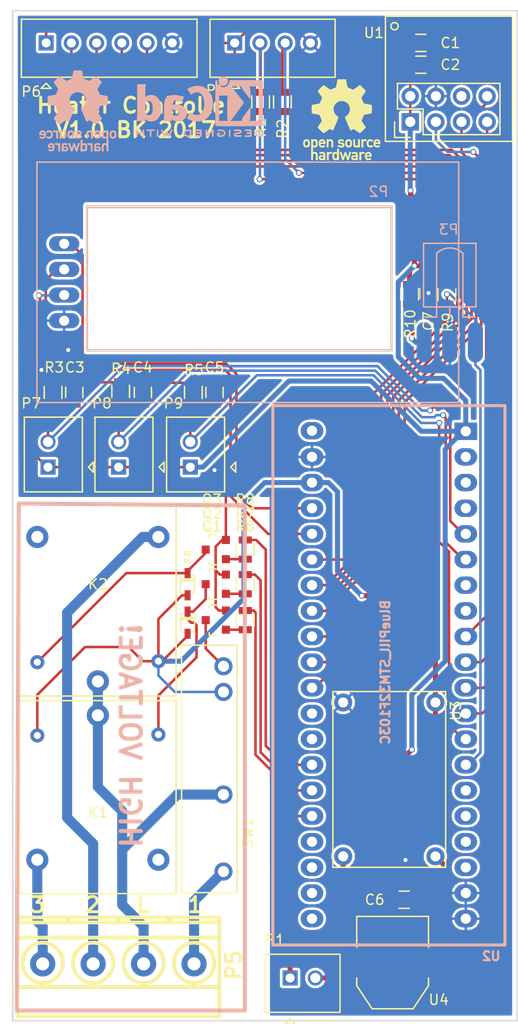
<source format=kicad_pcb>
(kicad_pcb (version 4) (host pcbnew 4.0.2-stable)
  (layers (0 F.Cu signal) (31 B.Cu signal) (34 B.Paste user) (35 F.Paste user) (36 B.SilkS user) (37 F.SilkS user) (38 B.Mask user) (39 F.Mask user) (44 Edge.Cuts user))
  (net 0 "")
  (net 1 +3V3)
  (net 2 GND)
  (net 3 /TH1)
  (net 4 /TH2)
  (net 5 /TH3)
  (net 6 "Net-(D1-Pad2)")
  (net 7 +5V)
  (net 8 "Net-(D2-Pad2)")
  (net 9 /M_Out_2)
  (net 10 "Net-(K1-Pad4)")
  (net 11 /Mains_L)
  (net 12 /M_Out_3)
  (net 13 "Net-(K2-Pad4)")
  (net 14 "Net-(P1-Pad1)")
  (net 15 "Net-(P1-Pad2)")
  (net 16 /D_CLK)
  (net 17 /D_DIO)
  (net 18 /IR_IN)
  (net 19 /SDA)
  (net 20 /SCL)
  (net 21 /M_Out_1)
  (net 22 /T_1)
  (net 23 /T_2)
  (net 24 /T_3)
  (net 25 /T_4)
  (net 26 "Net-(Q1-Pad1)")
  (net 27 "Net-(Q1-Pad3)")
  (net 28 "Net-(Q2-Pad1)")
  (net 29 "Net-(Q3-Pad1)")
  (net 30 /SSR1)
  (net 31 /Relay1)
  (net 32 /Relay2)
  (net 33 /SCK)
  (net 34 /SS)
  (net 35 /PKT)
  (net 36 /MOSI)
  (net 37 /MISO)
  (net 38 "Net-(U2-Pad2)")
  (net 39 "Net-(U2-Pad3)")
  (net 40 "Net-(U2-Pad4)")
  (net 41 /485_TX)
  (net 42 /485_RX)
  (net 43 "Net-(U2-Pad15)")
  (net 44 "Net-(U2-Pad16)")
  (net 45 "Net-(U2-Pad17)")
  (net 46 /485_DE)
  (net 47 "Net-(U2-Pad22)")
  (net 48 "Net-(U2-Pad23)")
  (net 49 "Net-(U2-Pad24)")
  (net 50 "Net-(U2-Pad28)")
  (net 51 "Net-(U2-Pad29)")
  (net 52 "Net-(U2-Pad18)")
  (net 53 "Net-(U2-Pad40)")
  (net 54 "Net-(C7-Pad1)")
  (module Heater_Ctrl:0038_IR_Receiver_SM_Mount (layer B.Cu) (at 118.3132 73.8378 180)
    (fp_text reference P3 (at 0.106 11.162 180) (layer B.SilkS) (effects (justify mirror)))
    (fp_text value IR_REC)
    (pad 2 smd oval (at 0 0 180) (size 1.5 4) (layers B.Cu B.Paste B.Mask) (net 2 GND))
    (pad 3 smd oval (at 2.54 0 180) (size 1.5 4) (layers B.Cu B.Paste B.Mask) (net 54 "Net-(C7-Pad1)"))
    (pad 1 smd oval (at -2.54 0 180) (size 1.5 4) (layers B.Cu B.Paste B.Mask) (net 18 /IR_IN))
  )
  (module Capacitors_SMD:C_0805 (layer F.Cu) (at 115.443 44.196)
    (fp_text reference C1 (at 2.921 0) (layer F.SilkS))
    (fp_text value 100n)
    (pad 1 smd rect (at -1 0) (size 1 1.25) (layers F.Cu F.Paste F.Mask) (net 1 +3V3))
    (pad 2 smd rect (at 1 0) (size 1 1.25) (layers F.Cu F.Paste F.Mask) (net 2 GND))
  )
  (module Capacitors_SMD:C_0805 (layer F.Cu) (at 115.443 46.355)
    (fp_text reference C2 (at 2.921 0) (layer F.SilkS))
    (fp_text value 10u)
    (pad 1 smd rect (at -1 0) (size 1 1.25) (layers F.Cu F.Paste F.Mask) (net 1 +3V3))
    (pad 2 smd rect (at 1 0) (size 1 1.25) (layers F.Cu F.Paste F.Mask) (net 2 GND))
  )
  (module Capacitors_SMD:C_0805 (layer F.Cu) (at 81.1 78.8 90)
    (fp_text reference C3 (at 2.473 0.053 180) (layer F.SilkS))
    (fp_text value 100n)
    (pad 1 smd rect (at -1 0 90) (size 1 1.25) (layers F.Cu F.Paste F.Mask) (net 3 /TH1))
    (pad 2 smd rect (at 1 0 90) (size 1 1.25) (layers F.Cu F.Paste F.Mask) (net 2 GND))
  )
  (module Capacitors_SMD:C_0805 (layer F.Cu) (at 87.9 78.8 90)
    (fp_text reference C4 (at 2.473 -0.016 180) (layer F.SilkS))
    (fp_text value 100n)
    (pad 1 smd rect (at -1 0 90) (size 1 1.25) (layers F.Cu F.Paste F.Mask) (net 4 /TH2))
    (pad 2 smd rect (at 1 0 90) (size 1 1.25) (layers F.Cu F.Paste F.Mask) (net 2 GND))
  )
  (module Capacitors_SMD:C_0805 (layer F.Cu) (at 95 78.8 90)
    (fp_text reference C5 (at 2.473 -0.004 180) (layer F.SilkS))
    (fp_text value 100n)
    (pad 1 smd rect (at -1 0 90) (size 1 1.25) (layers F.Cu F.Paste F.Mask) (net 5 /TH3))
    (pad 2 smd rect (at 1 0 90) (size 1 1.25) (layers F.Cu F.Paste F.Mask) (net 2 GND))
  )
  (module TO_SOT_Packages_SMD:SOT-23 (layer F.Cu) (at 95.123 101.346 90)
    (fp_text reference Q1 (at 9.271 -0.381 180) (layer F.SilkS))
    (fp_text value Q_NPN_BEC)
    (pad 1 smd rect (at -0.95 1.00076 90) (size 0.8001 0.8001) (layers F.Cu F.Paste F.Mask) (net 26 "Net-(Q1-Pad1)"))
    (pad 2 smd rect (at 0.95 1.00076 90) (size 0.8001 0.8001) (layers F.Cu F.Paste F.Mask) (net 2 GND))
    (pad 3 smd rect (at 0 -0.99822 90) (size 0.8001 0.8001) (layers F.Cu F.Paste F.Mask) (net 27 "Net-(Q1-Pad3)"))
  )
  (module TO_SOT_Packages_SMD:SOT-23 (layer F.Cu) (at 95.123 97.79 90)
    (fp_text reference Q2 (at 6.985 -0.381 180) (layer F.SilkS))
    (fp_text value Q_NPN_BEC)
    (pad 1 smd rect (at -0.95 1.00076 90) (size 0.8001 0.8001) (layers F.Cu F.Paste F.Mask) (net 28 "Net-(Q2-Pad1)"))
    (pad 2 smd rect (at 0.95 1.00076 90) (size 0.8001 0.8001) (layers F.Cu F.Paste F.Mask) (net 2 GND))
    (pad 3 smd rect (at 0 -0.99822 90) (size 0.8001 0.8001) (layers F.Cu F.Paste F.Mask) (net 6 "Net-(D1-Pad2)"))
  )
  (module TO_SOT_Packages_SMD:SOT-23 (layer F.Cu) (at 95.123 94.361 90)
    (fp_text reference Q3 (at 4.953 -0.381 180) (layer F.SilkS))
    (fp_text value Q_NPN_BEC)
    (pad 1 smd rect (at -0.95 1.00076 90) (size 0.8001 0.8001) (layers F.Cu F.Paste F.Mask) (net 29 "Net-(Q3-Pad1)"))
    (pad 2 smd rect (at 0.95 1.00076 90) (size 0.8001 0.8001) (layers F.Cu F.Paste F.Mask) (net 2 GND))
    (pad 3 smd rect (at 0 -0.99822 90) (size 0.8001 0.8001) (layers F.Cu F.Paste F.Mask) (net 8 "Net-(D2-Pad2)"))
  )
  (module Resistors_SMD:R_0805 (layer F.Cu) (at 99.568 50.038 90)
    (fp_text reference R1 (at -2.54 0 90) (layer F.SilkS))
    (fp_text value 10K)
    (pad 1 smd rect (at -0.95 0 90) (size 0.7 1.3) (layers F.Cu F.Paste F.Mask) (net 1 +3V3))
    (pad 2 smd rect (at 0.95 0 90) (size 0.7 1.3) (layers F.Cu F.Paste F.Mask) (net 19 /SDA))
  )
  (module Resistors_SMD:R_0805 (layer F.Cu) (at 101.727 50.038 90)
    (fp_text reference R2 (at -2.667 0 90) (layer F.SilkS))
    (fp_text value 10K)
    (pad 1 smd rect (at -0.95 0 90) (size 0.7 1.3) (layers F.Cu F.Paste F.Mask) (net 1 +3V3))
    (pad 2 smd rect (at 0.95 0 90) (size 0.7 1.3) (layers F.Cu F.Paste F.Mask) (net 20 /SCL))
  )
  (module Resistors_SMD:R_0805 (layer F.Cu) (at 79 78.8 90)
    (fp_text reference R3 (at 2.473 0.121 180) (layer F.SilkS))
    (fp_text value 10K)
    (pad 1 smd rect (at -0.95 0 90) (size 0.7 1.3) (layers F.Cu F.Paste F.Mask) (net 3 /TH1))
    (pad 2 smd rect (at 0.95 0 90) (size 0.7 1.3) (layers F.Cu F.Paste F.Mask) (net 2 GND))
  )
  (module Resistors_SMD:R_0805 (layer F.Cu) (at 85.7 78.7 90)
    (fp_text reference R4 (at 2.246 0.025 180) (layer F.SilkS))
    (fp_text value 10K)
    (pad 1 smd rect (at -0.95 0 90) (size 0.7 1.3) (layers F.Cu F.Paste F.Mask) (net 4 /TH2))
    (pad 2 smd rect (at 0.95 0 90) (size 0.7 1.3) (layers F.Cu F.Paste F.Mask) (net 2 GND))
  )
  (module Resistors_SMD:R_0805 (layer F.Cu) (at 92.9 78.8 90)
    (fp_text reference R5 (at 2.219 0.064 180) (layer F.SilkS))
    (fp_text value 10K)
    (pad 1 smd rect (at -0.95 0 90) (size 0.7 1.3) (layers F.Cu F.Paste F.Mask) (net 5 /TH3))
    (pad 2 smd rect (at 0.95 0 90) (size 0.7 1.3) (layers F.Cu F.Paste F.Mask) (net 2 GND))
  )
  (module Resistors_SMD:R_0805 (layer F.Cu) (at 98.044 101.346 90)
    (fp_text reference R6 (at 9.271 0 180) (layer F.SilkS))
    (fp_text value 180)
    (pad 1 smd rect (at -0.95 0 90) (size 0.7 1.3) (layers F.Cu F.Paste F.Mask) (net 26 "Net-(Q1-Pad1)"))
    (pad 2 smd rect (at 0.95 0 90) (size 0.7 1.3) (layers F.Cu F.Paste F.Mask) (net 30 /SSR1))
  )
  (module Resistors_SMD:R_0805 (layer F.Cu) (at 98.044 97.79 90)
    (fp_text reference R7 (at 6.985 0 180) (layer F.SilkS))
    (fp_text value 180)
    (pad 1 smd rect (at -0.95 0 90) (size 0.7 1.3) (layers F.Cu F.Paste F.Mask) (net 28 "Net-(Q2-Pad1)"))
    (pad 2 smd rect (at 0.95 0 90) (size 0.7 1.3) (layers F.Cu F.Paste F.Mask) (net 31 /Relay1))
  )
  (module Resistors_SMD:R_0805 (layer F.Cu) (at 98.044 94.361 90)
    (fp_text reference R8 (at 4.953 0 180) (layer F.SilkS))
    (fp_text value 180)
    (pad 1 smd rect (at -0.95 0 90) (size 0.7 1.3) (layers F.Cu F.Paste F.Mask) (net 29 "Net-(Q3-Pad1)"))
    (pad 2 smd rect (at 0.95 0 90) (size 0.7 1.3) (layers F.Cu F.Paste F.Mask) (net 32 /Relay2))
  )
  (module Capacitors_SMD:C_0805 (layer F.Cu) (at 113.792 129.032)
    (fp_text reference C6 (at -2.921 0) (layer F.SilkS))
    (fp_text value 10u)
    (pad 1 smd rect (at -1 0) (size 1 1.25) (layers F.Cu F.Paste F.Mask) (net 1 +3V3))
    (pad 2 smd rect (at 1 0) (size 1 1.25) (layers F.Cu F.Paste F.Mask) (net 2 GND))
  )
  (module TO_SOT_Packages_SMD:SOT-223 (layer F.Cu) (at 112.649 135.255 180)
    (fp_text reference U4 (at -4.572 -3.683 180) (layer F.SilkS))
    (fp_text value AP1117D33)
    (pad 4 smd rect (at 0 -3.302 180) (size 3.6576 2.032) (layers F.Cu F.Paste F.Mask))
    (pad 2 smd rect (at 0 3.302 180) (size 1.016 2.032) (layers F.Cu F.Paste F.Mask) (net 1 +3V3))
    (pad 3 smd rect (at 2.286 3.302 180) (size 1.016 2.032) (layers F.Cu F.Paste F.Mask) (net 7 +5V))
    (pad 1 smd rect (at -2.286 3.302 180) (size 1.016 2.032) (layers F.Cu F.Paste F.Mask) (net 2 GND))
  )
  (module Heater_Ctrl:SOD323 (layer F.Cu) (at 92.329 97.79 90)
    (fp_text reference D2 (at 3.048 0 180) (layer F.SilkS) (effects (font (size 0.39878 0.39878) (thickness 0.09906))))
    (fp_text value 1N4148 hide)
    (pad 2 smd rect (at 1.09982 0 90) (size 1.00076 0.59944) (layers F.Cu F.Paste F.Mask) (net 8 "Net-(D2-Pad2)"))
    (pad 1 smd rect (at -1.09982 0 90) (size 1.00076 0.59944) (layers F.Cu F.Paste F.Mask) (net 7 +5V))
  )
  (module Heater_Ctrl:SOD323 (layer F.Cu) (at 92.329 101.6 90)
    (fp_text reference D1 (at 6.096 0 180) (layer F.SilkS) (effects (font (size 0.39878 0.39878) (thickness 0.09906))))
    (fp_text value 1N4148 hide)
    (pad 2 smd rect (at 1.09982 0 90) (size 1.00076 0.59944) (layers F.Cu F.Paste F.Mask) (net 6 "Net-(D1-Pad2)"))
    (pad 1 smd rect (at -1.09982 0 90) (size 1.00076 0.59944) (layers F.Cu F.Paste F.Mask) (net 7 +5V))
  )
  (module Capacitors_SMD:C_0805 (layer F.Cu) (at 116.205 69.0278 90)
    (fp_text reference C7 (at -2.7178 0 90) (layer F.SilkS))
    (fp_text value 1u)
    (pad 1 smd rect (at -1 0 90) (size 1 1.25) (layers F.Cu F.Paste F.Mask) (net 54 "Net-(C7-Pad1)"))
    (pad 2 smd rect (at 1 0 90) (size 1 1.25) (layers F.Cu F.Paste F.Mask) (net 2 GND))
  )
  (module Resistors_SMD:R_0805 (layer F.Cu) (at 118.0338 69.1286 270)
    (fp_text reference R9 (at 2.728 -0.0762 450) (layer F.SilkS))
    (fp_text value 10K)
    (pad 1 smd rect (at -0.95 0 270) (size 0.7 1.3) (layers F.Cu F.Paste F.Mask) (net 1 +3V3))
    (pad 2 smd rect (at 0.95 0 270) (size 0.7 1.3) (layers F.Cu F.Paste F.Mask) (net 18 /IR_IN))
  )
  (module Resistors_SMD:R_0805 (layer F.Cu) (at 114.3254 69.0728 270)
    (fp_text reference R10 (at 2.9362 -0.0762 270) (layer F.SilkS))
    (fp_text value 180)
    (pad 1 smd rect (at -0.95 0 270) (size 0.7 1.3) (layers F.Cu F.Paste F.Mask) (net 1 +3V3))
    (pad 2 smd rect (at 0.95 0 270) (size 0.7 1.3) (layers F.Cu F.Paste F.Mask) (net 54 "Net-(C7-Pad1)"))
  )
  (module Symbols:KiCad-Logo2_6mm_SilkScreen (layer B.Cu) (at 93.5228 50.4952 180)
    (fp_text reference REF*** hide)
    (fp_text value KiCad-Logo2_6mm_SilkScreen hide)
  )
  (module Symbols:OSHW-Logo_7.5x8mm_SilkScreen (layer B.Cu) (at 81.4578 50.927 180)
    (fp_text reference REF*** hide)
    (fp_text value OSHW-Logo_7.5x8mm_SilkScreen hide)
  )
  (module Symbols:OSHW-Logo_7.5x8mm_SilkScreen (layer F.Cu) (at 107.6 51.8)
    (fp_text reference REF*** hide)
    (fp_text value OSHW-Logo_7.5x8mm_SilkScreen hide)
  )
  (module Heater_Ctrl:TM1637_Catalex_TH (layer B.Cu) (at 98.3 67.9)
    (fp_text reference P2 (at 12.952 -8.972) (layer B.SilkS) (effects (justify mirror)))
    (fp_text value DISPLAY)
    (pad 4 thru_hole oval (at -18.2 3.8) (size 3 1.5) (drill 1) (layers *.Cu *.Mask) (net 2 GND))
    (pad 3 thru_hole oval (at -18.2 1.26) (size 3 1.5) (drill 1) (layers *.Cu *.Mask) (net 1 +3V3))
    (pad 2 thru_hole oval (at -18.2 -1.28) (size 3 1.5) (drill 1) (layers *.Cu *.Mask) (net 17 /D_DIO))
    (pad 1 thru_hole oval (at -18.2 -3.82) (size 3 1.5) (drill 1) (layers *.Cu *.Mask) (net 16 /D_CLK))
  )
  (module Heater_Ctrl:BluePill_STM32F103C (layer B.Cu) (at 119.9 82.7 180)
    (fp_text reference U2 (at -2.528 -51.92 360) (layer B.SilkS) (effects (font (size 0.889 0.889) (thickness 0.3048)) (justify mirror)))
    (fp_text value BluePill_STM32F103C (at 7.9756 -23.7998 450) (layer B.SilkS) (effects (font (size 0.889 0.889) (thickness 0.22225)) (justify mirror)))
    (pad 1 thru_hole rect (at 0 0.0508 270) (size 1.7272 2.25) (drill 1.016) (layers *.Cu *.Mask) (net 1 +3V3))
    (pad 2 thru_hole oval (at 0 -2.4892 270) (size 1.7272 2.25) (drill 1.016) (layers *.Cu *.Mask) (net 38 "Net-(U2-Pad2)"))
    (pad 3 thru_hole oval (at 0 -5.0292 270) (size 1.7272 2.25) (drill 1.016) (layers *.Cu *.Mask) (net 39 "Net-(U2-Pad3)"))
    (pad 4 thru_hole oval (at 0 -7.5692 270) (size 1.7272 2.25) (drill 1.016) (layers *.Cu *.Mask) (net 40 "Net-(U2-Pad4)"))
    (pad 5 thru_hole oval (at 0 -10.1092 270) (size 1.7272 2.25) (drill 1.016) (layers *.Cu *.Mask) (net 3 /TH1))
    (pad 6 thru_hole oval (at 0 -12.6492 270) (size 1.7272 2.25) (drill 1.016) (layers *.Cu *.Mask) (net 4 /TH2))
    (pad 7 thru_hole oval (at 0 -15.1892 270) (size 1.7272 2.25) (drill 1.016) (layers *.Cu *.Mask) (net 41 /485_TX))
    (pad 8 thru_hole oval (at 0 -17.7292 270) (size 1.7272 2.25) (drill 1.016) (layers *.Cu *.Mask) (net 42 /485_RX))
    (pad 9 thru_hole oval (at 0 -20.2692 270) (size 1.7272 2.25) (drill 1.016) (layers *.Cu *.Mask) (net 34 /SS))
    (pad 10 thru_hole oval (at 0 -22.8092 270) (size 1.7272 2.25) (drill 1.016) (layers *.Cu *.Mask) (net 33 /SCK))
    (pad 11 thru_hole oval (at 0 -25.3492 270) (size 1.7272 2.25) (drill 1.016) (layers *.Cu *.Mask) (net 37 /MISO))
    (pad 12 thru_hole oval (at 0 -27.8892 270) (size 1.7272 2.25) (drill 1.016) (layers *.Cu *.Mask) (net 36 /MOSI))
    (pad 13 thru_hole oval (at 0 -30.4292 270) (size 1.7272 2.25) (drill 1.016) (layers *.Cu *.Mask) (net 5 /TH3))
    (pad 14 thru_hole oval (at 0 -32.9692 270) (size 1.7272 2.25) (drill 1.016) (layers *.Cu *.Mask) (net 18 /IR_IN))
    (pad 15 thru_hole oval (at 0 -35.5092 270) (size 1.7272 2.25) (drill 1.016) (layers *.Cu *.Mask) (net 43 "Net-(U2-Pad15)"))
    (pad 16 thru_hole oval (at 0 -38.0492 270) (size 1.7272 2.25) (drill 1.016) (layers *.Cu *.Mask) (net 44 "Net-(U2-Pad16)"))
    (pad 17 thru_hole oval (at 0 -40.5892 270) (size 1.7272 2.25) (drill 1.016) (layers *.Cu *.Mask) (net 45 "Net-(U2-Pad17)"))
    (pad 18 thru_hole oval (at 0 -43.1292 270) (size 1.7272 2.25) (drill 1.016) (layers *.Cu *.Mask) (net 52 "Net-(U2-Pad18)"))
    (pad 19 thru_hole oval (at 0 -45.6692 270) (size 1.7272 2.25) (drill 1.016) (layers *.Cu *.Mask) (net 2 GND))
    (pad 20 thru_hole oval (at 0 -48.2092 270) (size 1.7272 2.25) (drill 1.016) (layers *.Cu *.Mask) (net 2 GND))
    (pad 21 thru_hole oval (at 15.24 -48.2092 90) (size 1.7272 2.25) (drill 1.016) (layers *.Cu *.Mask) (net 46 /485_DE))
    (pad 22 thru_hole oval (at 15.24 -45.6692 90) (size 1.7272 2.25) (drill 1.016) (layers *.Cu *.Mask) (net 47 "Net-(U2-Pad22)"))
    (pad 23 thru_hole oval (at 15.24 -43.1292 90) (size 1.7272 2.25) (drill 1.016) (layers *.Cu *.Mask) (net 48 "Net-(U2-Pad23)"))
    (pad 24 thru_hole oval (at 15.24 -40.5892 90) (size 1.7272 2.25) (drill 1.016) (layers *.Cu *.Mask) (net 49 "Net-(U2-Pad24)"))
    (pad 25 thru_hole oval (at 15.24 -38.0492 90) (size 1.7272 2.25) (drill 1.016) (layers *.Cu *.Mask) (net 30 /SSR1))
    (pad 26 thru_hole oval (at 15.24 -35.5092 90) (size 1.7272 2.25) (drill 1.016) (layers *.Cu *.Mask) (net 31 /Relay1))
    (pad 27 thru_hole oval (at 15.24 -32.9692 90) (size 1.7272 2.25) (drill 1.016) (layers *.Cu *.Mask) (net 32 /Relay2))
    (pad 28 thru_hole oval (at 15.24 -30.4292 90) (size 1.7272 2.25) (drill 1.016) (layers *.Cu *.Mask) (net 50 "Net-(U2-Pad28)"))
    (pad 29 thru_hole oval (at 15.24 -27.8892 90) (size 1.7272 2.25) (drill 1.016) (layers *.Cu *.Mask) (net 51 "Net-(U2-Pad29)"))
    (pad 30 thru_hole oval (at 15.24 -25.3492 90) (size 1.7272 2.25) (drill 1.016) (layers *.Cu *.Mask) (net 22 /T_1))
    (pad 31 thru_hole oval (at 15.24 -22.8092 90) (size 1.7272 2.25) (drill 1.016) (layers *.Cu *.Mask) (net 23 /T_2))
    (pad 32 thru_hole oval (at 15.24 -20.2692 90) (size 1.7272 2.25) (drill 1.016) (layers *.Cu *.Mask) (net 24 /T_3))
    (pad 33 thru_hole oval (at 15.24 -17.7292 90) (size 1.7272 2.25) (drill 1.016) (layers *.Cu *.Mask) (net 25 /T_4))
    (pad 34 thru_hole oval (at 15.24 -15.1892 90) (size 1.7272 2.25) (drill 1.016) (layers *.Cu *.Mask) (net 20 /SCL))
    (pad 35 thru_hole oval (at 15.24 -12.6492 90) (size 1.7272 2.25) (drill 1.016) (layers *.Cu *.Mask) (net 19 /SDA))
    (pad 36 thru_hole oval (at 15.24 -10.1092 90) (size 1.7272 2.25) (drill 1.016) (layers *.Cu *.Mask) (net 17 /D_DIO))
    (pad 37 thru_hole oval (at 15.24 -7.5692 90) (size 1.7272 2.25) (drill 1.016) (layers *.Cu *.Mask) (net 16 /D_CLK))
    (pad 38 thru_hole oval (at 15.24 -5.0292 90) (size 1.7272 2.25) (drill 1.016) (layers *.Cu *.Mask) (net 7 +5V))
    (pad 39 thru_hole oval (at 15.24 -2.4892 90) (size 1.7272 2.25) (drill 1.016) (layers *.Cu *.Mask) (net 2 GND))
    (pad 40 thru_hole oval (at 15.24 0.1016 90) (size 1.7272 2.25) (drill 1.016) (layers *.Cu *.Mask) (net 53 "Net-(U2-Pad40)"))
  )
  (module Heater_Ctrl:JST_B6B-XH-A (layer F.Cu) (at 78.312 44.196)
    (fp_text reference P6 (at -1.477 4.826) (layer F.SilkS))
    (fp_text value Touch)
    (pad 1 thru_hole rect (at 0 0) (size 1.5 1.5) (drill 0.9) (layers *.Cu *.Mask) (net 1 +3V3))
    (pad 2 thru_hole circle (at 2.5 0) (size 1.5 1.5) (drill 0.9) (layers *.Cu *.Mask) (net 25 /T_4))
    (pad 3 thru_hole circle (at 5 0) (size 1.5 1.5) (drill 0.9) (layers *.Cu *.Mask) (net 24 /T_3))
    (pad 4 thru_hole circle (at 7.5 0) (size 1.5 1.5) (drill 0.9) (layers *.Cu *.Mask) (net 23 /T_2))
    (pad 5 thru_hole circle (at 10 0) (size 1.5 1.5) (drill 0.9) (layers *.Cu *.Mask) (net 22 /T_1))
    (pad 6 thru_hole circle (at 12.5 0) (size 1.5 1.5) (drill 0.9) (layers *.Cu *.Mask) (net 2 GND))
  )
  (module Heater_Ctrl:JST_B4B-XH-A (layer F.Cu) (at 97 44.2)
    (fp_text reference P4 (at -1.877 4.695) (layer F.SilkS))
    (fp_text value IIC_EXT)
    (pad 1 thru_hole rect (at 0 0) (size 1.5 1.5) (drill 0.9) (layers *.Cu *.Mask) (net 1 +3V3))
    (pad 2 thru_hole circle (at 2.5 0) (size 1.5 1.5) (drill 0.9) (layers *.Cu *.Mask) (net 19 /SDA))
    (pad 3 thru_hole circle (at 5 0) (size 1.5 1.5) (drill 0.9) (layers *.Cu *.Mask) (net 20 /SCL))
    (pad 4 thru_hole circle (at 7.5 0) (size 1.5 1.5) (drill 0.9) (layers *.Cu *.Mask) (net 2 GND))
  )
  (module Heater_Ctrl:XY-WB_LT8920 (layer F.Cu) (at 118.237 51.943)
    (fp_text reference U1 (at -7.437 -8.743) (layer F.SilkS))
    (fp_text value LT8920_Mini)
    (pad 1 thru_hole rect (at -3.841 0.068 90) (size 1.7272 1.7272) (drill 1.016) (layers *.Cu *.Mask) (net 1 +3V3))
    (pad 8 thru_hole oval (at -3.841 -2.472 90) (size 1.7272 1.7272) (drill 1.016) (layers *.Cu *.Mask) (net 1 +3V3))
    (pad 2 thru_hole oval (at -1.301 0.068 90) (size 1.7272 1.7272) (drill 1.016) (layers *.Cu *.Mask) (net 33 /SCK))
    (pad 7 thru_hole oval (at -1.301 -2.472 90) (size 1.7272 1.7272) (drill 1.016) (layers *.Cu *.Mask) (net 2 GND))
    (pad 3 thru_hole oval (at 1.239 0.068 90) (size 1.7272 1.7272) (drill 1.016) (layers *.Cu *.Mask) (net 34 /SS))
    (pad 6 thru_hole oval (at 1.239 -2.472 90) (size 1.7272 1.7272) (drill 1.016) (layers *.Cu *.Mask) (net 35 /PKT))
    (pad 4 thru_hole oval (at 3.779 0.068 90) (size 1.7272 1.7272) (drill 1.016) (layers *.Cu *.Mask) (net 36 /MOSI))
    (pad 5 thru_hole oval (at 3.779 -2.472 90) (size 1.7272 1.7272) (drill 1.016) (layers *.Cu *.Mask) (net 37 /MISO))
  )
  (module Heater_Ctrl:Mini360_DCDC (layer F.Cu) (at 112.3188 117.1194 90)
    (fp_text reference U3 (at 6.8 6.6 90) (layer F.SilkS))
    (fp_text value Mini360_DCDC)
    (pad 1 thru_hole circle (at -7.62 4.572 90) (size 1.8 1.8) (drill 1) (layers *.Cu *.Mask) (net 15 "Net-(P1-Pad2)"))
    (pad 2 thru_hole circle (at -7.62 -4.572 90) (size 1.8 1.8) (drill 1) (layers *.Cu *.Mask) (net 14 "Net-(P1-Pad1)"))
    (pad 4 thru_hole circle (at 7.62 -4.572 90) (size 1.8 1.8) (drill 1) (layers *.Cu *.Mask) (net 2 GND))
    (pad 3 thru_hole circle (at 7.62 4.572 90) (size 1.8 1.8) (drill 1) (layers *.Cu *.Mask) (net 7 +5V))
  )
  (module Heater_Ctrl:JST_B2B-XH-A (layer F.Cu) (at 92.6 86.2 90)
    (fp_text reference P9 (at 6.317 -1.665 180) (layer F.SilkS))
    (fp_text value TH3)
    (pad 1 thru_hole rect (at 0 0 90) (size 1.5 1.5) (drill 0.9) (layers *.Cu *.Mask) (net 1 +3V3))
    (pad 2 thru_hole circle (at 2.5 0 90) (size 1.5 1.5) (drill 1) (layers *.Cu *.Mask) (net 5 /TH3))
  )
  (module Heater_Ctrl:JST_B2B-XH-A (layer F.Cu) (at 85.5 86.2 90)
    (fp_text reference P8 (at 6.317 -1.665 180) (layer F.SilkS))
    (fp_text value TH2)
    (pad 1 thru_hole rect (at 0 0 90) (size 1.5 1.5) (drill 0.9) (layers *.Cu *.Mask) (net 1 +3V3))
    (pad 2 thru_hole circle (at 2.5 0 90) (size 1.5 1.5) (drill 1) (layers *.Cu *.Mask) (net 4 /TH2))
  )
  (module Heater_Ctrl:JST_B2B-XH-A (layer F.Cu) (at 78.5 86.2 90)
    (fp_text reference P7 (at 6.317 -1.665 180) (layer F.SilkS))
    (fp_text value TH1)
    (pad 1 thru_hole rect (at 0 0 90) (size 1.5 1.5) (drill 0.9) (layers *.Cu *.Mask) (net 1 +3V3))
    (pad 2 thru_hole circle (at 2.5 0 90) (size 1.5 1.5) (drill 1) (layers *.Cu *.Mask) (net 3 /TH1))
  )
  (module Heater_Ctrl:JST_B2B-XH-A (layer F.Cu) (at 102.489 136.779)
    (fp_text reference P1 (at -1.489 -3.779 180) (layer F.SilkS))
    (fp_text value PWR)
    (pad 1 thru_hole rect (at 0 0) (size 1.5 1.5) (drill 0.9) (layers *.Cu *.Mask) (net 14 "Net-(P1-Pad1)"))
    (pad 2 thru_hole circle (at 2.5 0) (size 1.5 1.5) (drill 1) (layers *.Cu *.Mask) (net 15 "Net-(P1-Pad2)"))
  )
  (module Heater_Ctrl:G3MB-202P (layer F.Cu) (at 95.885 116.078 270)
    (fp_text reference SW1 (at 6.35 -2.413 450) (layer F.SilkS))
    (fp_text value G3MB-202P)
    (pad 4 thru_hole circle (at -10.16 0 270) (size 1.8 1.8) (drill 1.1) (layers *.Cu *.Mask) (net 27 "Net-(Q1-Pad3)"))
    (pad 3 thru_hole circle (at -7.62 0 270) (size 1.8 1.8) (drill 1.1) (layers *.Cu *.Mask) (net 7 +5V))
    (pad 1 thru_hole circle (at 10.16 0 270) (size 1.8 1.8) (drill 1.1) (layers *.Cu *.Mask) (net 21 /M_Out_1))
    (pad 2 thru_hole circle (at 2.54 0 270) (size 1.8 1.8) (drill 1.1) (layers *.Cu *.Mask) (net 11 /Mains_L))
  )
  (module Heater_Ctrl:SRD-05VDC-SL-C (layer F.Cu) (at 83.439 99.314 90)
    (fp_text reference K2 (at 1.524 0 180) (layer F.SilkS))
    (fp_text value SRD-05VDC-SL-C)
    (pad 5 thru_hole circle (at 6.2 6 90) (size 2.2 2.2) (drill 1.2) (layers *.Cu *.Mask) (net 9 /M_Out_2))
    (pad 4 thru_hole circle (at 6.2 -6 90) (size 2.2 2.2) (drill 1.2) (layers *.Cu *.Mask) (net 13 "Net-(K2-Pad4)"))
    (pad 1 thru_hole circle (at -6.2 -6 90) (size 1.4 1.4) (drill 0.7) (layers *.Cu *.Mask) (net 8 "Net-(D2-Pad2)"))
    (pad 2 thru_hole circle (at -6.1 6 90) (size 1.4 1.4) (drill 0.7) (layers *.Cu *.Mask) (net 7 +5V))
    (pad 3 thru_hole circle (at -8.1 0 90) (size 2.2 2.2) (drill 1.2) (layers *.Cu *.Mask) (net 11 /Mains_L))
  )
  (module Heater_Ctrl:SRD-05VDC-SL-C (layer F.Cu) (at 83.439 118.872 270)
    (fp_text reference K1 (at 1.524 0 360) (layer F.SilkS))
    (fp_text value SRD-05VDC-SL-C)
    (pad 5 thru_hole circle (at 6.2 6 270) (size 2.2 2.2) (drill 1.2) (layers *.Cu *.Mask) (net 12 /M_Out_3))
    (pad 4 thru_hole circle (at 6.2 -6 270) (size 2.2 2.2) (drill 1.2) (layers *.Cu *.Mask) (net 10 "Net-(K1-Pad4)"))
    (pad 1 thru_hole circle (at -6.2 -6 270) (size 1.4 1.4) (drill 0.7) (layers *.Cu *.Mask) (net 6 "Net-(D1-Pad2)"))
    (pad 2 thru_hole circle (at -6.1 6 270) (size 1.4 1.4) (drill 0.7) (layers *.Cu *.Mask) (net 7 +5V))
    (pad 3 thru_hole circle (at -8.1 0 270) (size 2.2 2.2) (drill 1.2) (layers *.Cu *.Mask) (net 11 /Mains_L))
  )
  (module Heater_Ctrl:mkds_1,5-4 (layer F.Cu) (at 85.471 135.382 180)
    (fp_text reference P5 (at -11.43 -0.127 270) (layer F.SilkS) (effects (font (size 1.5 1.5) (thickness 0.3))))
    (fp_text value Mains hide)
    (pad 4 thru_hole circle (at 7.5 0 180) (size 2.5 2.5) (drill 1.3) (layers *.Cu *.Mask) (net 12 /M_Out_3))
    (pad 3 thru_hole circle (at 2.5 0 180) (size 2.5 2.5) (drill 1.3) (layers *.Cu *.Mask) (net 9 /M_Out_2))
    (pad 1 thru_hole circle (at -7.5 0 180) (size 2.5 2.5) (drill 1.3) (layers *.Cu *.Mask) (net 21 /M_Out_1))
    (pad 2 thru_hole circle (at -2.5 0 180) (size 2.5 2.5) (drill 1.3) (layers *.Cu *.Mask) (net 11 /Mains_L))
  )
  (gr_text "Heater Controller\nV1.0 BK 2017" (at 87.2 51.6) (layer F.SilkS) (effects (font (size 1.5 1.5) (thickness 0.3))))
  (gr_text "HIGH VOLTAGE!" (at 86.6 112.8 270) (layer B.SilkS) (effects (font (size 2 2) (thickness 0.4)) (justify mirror)))
  (gr_line (start 98 90) (end 75.6 89.8) (layer B.SilkS) (width 0.4))
  (gr_line (start 98 140) (end 98 90) (layer B.SilkS) (width 0.4))
  (gr_line (start 75.4 140) (end 98 140) (layer B.SilkS) (width 0.4))
  (gr_line (start 75.6 89.8) (end 75.4 140) (layer B.SilkS) (width 0.4))
  (gr_text 3 (at 77.47 129.54) (layer F.SilkS) (effects (font (size 1.5 1.5) (thickness 0.3))))
  (gr_text 2 (at 82.931 129.54) (layer F.SilkS) (effects (font (size 1.5 1.5) (thickness 0.3))))
  (gr_text L (at 87.884 129.54) (layer F.SilkS) (effects (font (size 1.5 1.5) (thickness 0.3))))
  (gr_text 1 (at 93.091 129.54) (layer F.SilkS) (effects (font (size 1.5 1.5) (thickness 0.3))))
  (gr_line (start 82.3 60.3) (end 82.3 74.7) (angle 90) (layer Edge.Cuts) (width 0.15))
  (gr_line (start 112.6 60.3) (end 82.3 60.3) (angle 90) (layer Edge.Cuts) (width 0.15))
  (gr_line (start 112.6 74.7) (end 112.6 60.3) (angle 90) (layer Edge.Cuts) (width 0.15))
  (gr_line (start 82.3 74.7) (end 112.6 74.7) (angle 90) (layer Edge.Cuts) (width 0.15))
  (gr_line (start 75 141) (end 75 41) (angle 90) (layer Edge.Cuts) (width 0.15))
  (gr_line (start 125 141) (end 75 141) (angle 90) (layer Edge.Cuts) (width 0.15))
  (gr_line (start 125 41) (end 125 141) (angle 90) (layer Edge.Cuts) (width 0.15))
  (gr_line (start 75 41) (end 125 41) (angle 90) (layer Edge.Cuts) (width 0.15))
  (segment (start 112.649 131.953) (end 112.649 129.175) (width 0.5) (layer F.Cu) (net 1))
  (segment (start 112.649 129.175) (end 112.792 129.032) (width 0.5) (layer F.Cu) (net 1))
  (segment (start 76.7 74.9) (end 77.7 73.9) (width 0.25) (layer F.Cu) (net 1))
  (segment (start 76.3016 84.0867) (end 76.3016 75.3) (width 0.25) (layer F.Cu) (net 1))
  (segment (start 76.7 74.9) (end 76.7 74.9016) (width 0.25) (layer F.Cu) (net 1))
  (segment (start 76.7 74.9016) (end 76.3016 75.3) (width 0.25) (layer F.Cu) (net 1))
  (segment (start 77.6 69.2) (end 80.06 69.2) (width 0.25) (layer B.Cu) (net 1))
  (segment (start 80.06 69.2) (end 80.1 69.16) (width 0.25) (layer B.Cu) (net 1))
  (segment (start 77.7 69.3) (end 77.6 69.2) (width 0.25) (layer F.Cu) (net 1))
  (via (at 77.6 69.2) (size 0.6) (drill 0.4) (layers F.Cu B.Cu) (net 1))
  (segment (start 77.7 73.9) (end 77.7 69.3) (width 0.25) (layer F.Cu) (net 1))
  (segment (start 118.0338 68.1786) (end 118.0338 67.3286) (width 0.5) (layer F.Cu) (net 1))
  (segment (start 118.0338 67.3286) (end 116.9738 66.2686) (width 0.5) (layer F.Cu) (net 1))
  (segment (start 116.9738 66.2686) (end 115.232264 66.2686) (width 0.5) (layer F.Cu) (net 1))
  (segment (start 115.232264 66.2686) (end 114.808 66.2686) (width 0.5) (layer F.Cu) (net 1))
  (segment (start 114.808 66.2686) (end 114.3254 66.7512) (width 0.5) (layer F.Cu) (net 1))
  (segment (start 114.3254 66.7512) (end 114.3254 68.1228) (width 0.5) (layer F.Cu) (net 1))
  (via (at 114.808 66.2686) (size 0.6) (drill 0.4) (layers F.Cu B.Cu) (net 1))
  (segment (start 113.2078 67.8688) (end 114.808 66.2686) (width 0.5) (layer B.Cu) (net 1))
  (segment (start 113.2078 69.2658) (end 113.2078 67.8688) (width 0.5) (layer B.Cu) (net 1))
  (segment (start 113.2078 75.2856) (end 113.2078 69.2658) (width 0.5) (layer B.Cu) (net 1))
  (segment (start 115.33324 77.41104) (end 113.2078 75.2856) (width 0.5) (layer B.Cu) (net 1))
  (segment (start 115.51104 77.41104) (end 115.33324 77.41104) (width 0.5) (layer B.Cu) (net 1))
  (segment (start 120.3546 82.1946) (end 119.9 82.6492) (width 0.25) (layer F.Cu) (net 1))
  (segment (start 118.275 82.6492) (end 119.9 82.6492) (width 0.5) (layer B.Cu) (net 1))
  (segment (start 115.489601 82.6492) (end 118.275 82.6492) (width 0.5) (layer B.Cu) (net 1))
  (segment (start 110.515432 77.675031) (end 115.489601 82.6492) (width 0.5) (layer B.Cu) (net 1))
  (segment (start 93.85 86.2) (end 102.374969 77.675031) (width 0.5) (layer B.Cu) (net 1))
  (segment (start 102.374969 77.675031) (end 110.515432 77.675031) (width 0.5) (layer B.Cu) (net 1))
  (segment (start 92.6 86.2) (end 93.85 86.2) (width 0.5) (layer B.Cu) (net 1))
  (segment (start 114.808 66.167) (end 114.808 66.294) (width 0.5) (layer F.Cu) (net 1))
  (segment (start 114.808 59.606264) (end 114.808 66.167) (width 0.5) (layer F.Cu) (net 1))
  (segment (start 114.427 58.801) (end 114.427 59.225264) (width 0.5) (layer F.Cu) (net 1))
  (segment (start 114.427 59.225264) (end 114.808 59.606264) (width 0.5) (layer F.Cu) (net 1))
  (segment (start 112.792 129.032) (end 112.792 115.935) (width 0.5) (layer F.Cu) (net 1))
  (segment (start 112.792 115.935) (end 114.554 114.173) (width 0.5) (layer F.Cu) (net 1))
  (segment (start 114.554 108.712) (end 114.554 114.173) (width 0.5) (layer B.Cu) (net 1))
  (via (at 114.554 114.173) (size 0.6) (drill 0.4) (layers F.Cu B.Cu) (net 1))
  (segment (start 117.856 105.41) (end 114.554 108.712) (width 0.5) (layer B.Cu) (net 1))
  (segment (start 117.856 84.4318) (end 117.856 105.41) (width 0.5) (layer B.Cu) (net 1))
  (segment (start 119.9 82.6492) (end 119.6386 82.6492) (width 0.5) (layer B.Cu) (net 1))
  (segment (start 119.6386 82.6492) (end 117.856 84.4318) (width 0.5) (layer B.Cu) (net 1))
  (segment (start 115.51104 77.41104) (end 117.704576 77.41104) (width 0.5) (layer B.Cu) (net 1))
  (segment (start 119.9 79.606464) (end 119.9 82.6492) (width 0.5) (layer B.Cu) (net 1))
  (segment (start 117.704576 77.41104) (end 119.9 79.606464) (width 0.5) (layer B.Cu) (net 1))
  (segment (start 114.396 52.011) (end 114.396 58.77) (width 0.5) (layer B.Cu) (net 1))
  (segment (start 114.396 58.77) (end 114.427 58.801) (width 0.5) (layer B.Cu) (net 1))
  (via (at 114.427 58.801) (size 0.6) (drill 0.4) (layers F.Cu B.Cu) (net 1))
  (segment (start 78.5 86.2) (end 78.4149 86.2) (width 0.25) (layer F.Cu) (net 1))
  (segment (start 78.4149 86.2) (end 76.3016 84.0867) (width 0.25) (layer F.Cu) (net 1))
  (segment (start 97 44.2) (end 95.381 44.2) (width 0.25) (layer F.Cu) (net 1))
  (segment (start 78.312 42.846) (end 78.312 44.196) (width 0.25) (layer F.Cu) (net 1))
  (segment (start 78.867 42.291) (end 78.312 42.846) (width 0.25) (layer F.Cu) (net 1))
  (segment (start 93.472 42.291) (end 78.867 42.291) (width 0.25) (layer F.Cu) (net 1))
  (segment (start 95.381 44.2) (end 93.472 42.291) (width 0.25) (layer F.Cu) (net 1))
  (segment (start 99.568 50.988) (end 98.867 50.988) (width 0.25) (layer F.Cu) (net 1))
  (segment (start 97 49.121) (end 97 44.2) (width 0.25) (layer F.Cu) (net 1))
  (segment (start 98.867 50.988) (end 97 49.121) (width 0.25) (layer F.Cu) (net 1))
  (segment (start 114.443 44.196) (end 108.966 44.196) (width 0.25) (layer F.Cu) (net 1))
  (segment (start 108.966 44.196) (end 107.061 42.291) (width 0.25) (layer F.Cu) (net 1))
  (segment (start 107.061 42.291) (end 98.909 42.291) (width 0.25) (layer F.Cu) (net 1))
  (segment (start 98.909 42.291) (end 97 44.2) (width 0.25) (layer F.Cu) (net 1))
  (segment (start 114.443 46.355) (end 114.443 44.196) (width 0.25) (layer F.Cu) (net 1))
  (segment (start 114.396 49.471) (end 114.396 46.402) (width 0.25) (layer F.Cu) (net 1))
  (segment (start 114.396 46.402) (end 114.443 46.355) (width 0.25) (layer F.Cu) (net 1))
  (segment (start 114.396 49.471) (end 114.396 52.011) (width 0.25) (layer F.Cu) (net 1))
  (segment (start 99.568 50.988) (end 101.727 50.988) (width 0.25) (layer F.Cu) (net 1))
  (segment (start 85.5 86.2) (end 92.6 86.2) (width 0.25) (layer F.Cu) (net 1))
  (segment (start 78.5 86.2) (end 85.5 86.2) (width 0.25) (layer F.Cu) (net 1))
  (segment (start 114.935 131.953) (end 114.935 129.175) (width 0.5) (layer F.Cu) (net 2))
  (segment (start 114.935 129.175) (end 114.792 129.032) (width 0.5) (layer F.Cu) (net 2))
  (via (at 80.5 74.6) (size 0.6) (drill 0.4) (layers F.Cu B.Cu) (net 2))
  (segment (start 80.1 74.2) (end 80.5 74.6) (width 0.25) (layer F.Cu) (net 2))
  (segment (start 80.1 71.7) (end 80.1 74.2) (width 0.25) (layer F.Cu) (net 2))
  (via (at 116.205 68.961) (size 0.6) (drill 0.4) (layers F.Cu B.Cu) (net 2))
  (segment (start 116.205 68.0278) (end 116.205 68.961) (width 0.5) (layer F.Cu) (net 2))
  (via (at 113.919 125.095) (size 0.6) (drill 0.4) (layers F.Cu B.Cu) (net 2))
  (segment (start 113.919 127.034) (end 113.919 125.095) (width 0.5) (layer F.Cu) (net 2))
  (segment (start 114.792 129.032) (end 114.792 127.907) (width 0.5) (layer F.Cu) (net 2))
  (segment (start 114.792 127.907) (end 113.919 127.034) (width 0.5) (layer F.Cu) (net 2))
  (segment (start 79 77.85) (end 79 77.73) (width 0.25) (layer F.Cu) (net 2))
  (segment (start 79 77.73) (end 77.851 76.581) (width 0.25) (layer F.Cu) (net 2))
  (via (at 77.851 76.581) (size 0.6) (drill 0.4) (layers F.Cu B.Cu) (net 2))
  (segment (start 96.12376 93.411) (end 96.12376 87.62376) (width 0.25) (layer F.Cu) (net 2))
  (via (at 95 86.5) (size 0.6) (drill 0.4) (layers F.Cu B.Cu) (net 2))
  (segment (start 96.12376 87.62376) (end 95 86.5) (width 0.25) (layer F.Cu) (net 2))
  (segment (start 96.12376 96.84) (end 95.53444 96.84) (width 0.25) (layer F.Cu) (net 2))
  (segment (start 95.0976 96.3676) (end 95.11284 96.3676) (width 0.25) (layer F.Cu) (net 2))
  (segment (start 95.0976 96.40316) (end 95.0976 96.3676) (width 0.25) (layer F.Cu) (net 2))
  (segment (start 95.53444 96.84) (end 95.0976 96.40316) (width 0.25) (layer F.Cu) (net 2))
  (segment (start 96.12376 93.411) (end 95.76312 93.411) (width 0.25) (layer F.Cu) (net 2))
  (segment (start 95.76312 93.411) (end 95.11284 94.06128) (width 0.25) (layer F.Cu) (net 2))
  (segment (start 95.11284 94.06128) (end 95.11284 96.3676) (width 0.25) (layer F.Cu) (net 2))
  (segment (start 95.11284 96.3676) (end 95.11284 100.076) (width 0.25) (layer F.Cu) (net 2))
  (segment (start 95.11284 100.076) (end 95.43284 100.396) (width 0.25) (layer F.Cu) (net 2))
  (segment (start 95.43284 100.396) (end 96.12376 100.396) (width 0.25) (layer F.Cu) (net 2))
  (segment (start 92.9 77.85) (end 87.95 77.85) (width 0.25) (layer F.Cu) (net 2))
  (segment (start 87.95 77.85) (end 87.9 77.8) (width 0.25) (layer F.Cu) (net 2))
  (segment (start 81.1 77.8) (end 85.65 77.8) (width 0.25) (layer F.Cu) (net 2))
  (segment (start 85.65 77.8) (end 85.7 77.75) (width 0.25) (layer F.Cu) (net 2))
  (segment (start 116.936 49.471) (end 116.936 48.356) (width 0.25) (layer F.Cu) (net 2))
  (segment (start 116.443 47.863) (end 116.443 46.355) (width 0.25) (layer F.Cu) (net 2))
  (segment (start 116.936 48.356) (end 116.443 47.863) (width 0.25) (layer F.Cu) (net 2))
  (segment (start 116.443 44.196) (end 116.443 46.355) (width 0.25) (layer F.Cu) (net 2))
  (segment (start 81.1 77.8) (end 79.05 77.8) (width 0.25) (layer F.Cu) (net 2))
  (segment (start 79.05 77.8) (end 79 77.85) (width 0.25) (layer F.Cu) (net 2))
  (segment (start 87.9 77.8) (end 85.75 77.8) (width 0.25) (layer F.Cu) (net 2))
  (segment (start 85.75 77.8) (end 85.7 77.75) (width 0.25) (layer F.Cu) (net 2))
  (segment (start 95 77.8) (end 92.95 77.8) (width 0.25) (layer F.Cu) (net 2))
  (segment (start 92.95 77.8) (end 92.9 77.85) (width 0.25) (layer F.Cu) (net 2))
  (segment (start 118.359512 81.3308) (end 118.359512 80.869112) (width 0.25) (layer F.Cu) (net 3))
  (segment (start 118.359512 80.869112) (end 117.7544 80.264) (width 0.25) (layer F.Cu) (net 3))
  (segment (start 117.7544 80.264) (end 116.6876 80.264) (width 0.25) (layer F.Cu) (net 3))
  (segment (start 116.6876 80.264) (end 116.3574 80.5942) (width 0.25) (layer F.Cu) (net 3))
  (segment (start 118.359512 81.3308) (end 118.359512 91.530112) (width 0.25) (layer F.Cu) (net 3))
  (via (at 116.3574 80.5942) (size 0.6) (drill 0.4) (layers F.Cu B.Cu) (net 3))
  (segment (start 115.5446 80.5942) (end 116.3574 80.5942) (width 0.25) (layer B.Cu) (net 3))
  (segment (start 111.1504 76.2) (end 115.5446 80.5942) (width 0.25) (layer B.Cu) (net 3))
  (segment (start 110.5662 76.2) (end 86 76.2) (width 0.25) (layer B.Cu) (net 3))
  (segment (start 110.5662 76.2) (end 111.1504 76.2) (width 0.25) (layer B.Cu) (net 3))
  (segment (start 119.6386 92.8092) (end 119.9 92.8092) (width 0.25) (layer F.Cu) (net 3))
  (segment (start 118.359512 91.530112) (end 119.6386 92.8092) (width 0.25) (layer F.Cu) (net 3))
  (segment (start 86 76.2) (end 78.5 83.7) (width 0.25) (layer B.Cu) (net 3))
  (segment (start 79 79.75) (end 81.05 79.75) (width 0.25) (layer F.Cu) (net 3))
  (segment (start 81.05 79.75) (end 81.1 79.8) (width 0.25) (layer F.Cu) (net 3))
  (segment (start 79 82.036) (end 78.5 82.536) (width 0.25) (layer F.Cu) (net 3))
  (segment (start 78.5 82.536) (end 78.5 83.7) (width 0.25) (layer F.Cu) (net 3))
  (segment (start 79 79.75) (end 79 82.036) (width 0.25) (layer F.Cu) (net 3))
  (segment (start 117.909501 93.620101) (end 117.909501 81.7626) (width 0.25) (layer F.Cu) (net 4))
  (segment (start 117.909501 81.7626) (end 117.909501 81.308101) (width 0.25) (layer F.Cu) (net 4))
  (segment (start 117.909501 81.308101) (end 117.6528 81.0514) (width 0.25) (layer F.Cu) (net 4))
  (segment (start 115.5446 81.2546) (end 116.7892 81.2546) (width 0.25) (layer B.Cu) (net 4))
  (segment (start 116.7892 81.2546) (end 116.9924 81.0514) (width 0.25) (layer B.Cu) (net 4))
  (segment (start 116.9924 81.0514) (end 117.6528 81.0514) (width 0.25) (layer B.Cu) (net 4))
  (via (at 117.6528 81.0514) (size 0.6) (drill 0.4) (layers F.Cu B.Cu) (net 4))
  (segment (start 110.4646 76.65001) (end 92.54999 76.65001) (width 0.25) (layer B.Cu) (net 4))
  (segment (start 110.4646 76.65001) (end 110.94001 76.65001) (width 0.25) (layer B.Cu) (net 4))
  (segment (start 110.94001 76.65001) (end 115.5446 81.2546) (width 0.25) (layer B.Cu) (net 4))
  (segment (start 119.6386 95.3492) (end 117.909501 93.620101) (width 0.25) (layer F.Cu) (net 4))
  (segment (start 119.9 95.3492) (end 119.6386 95.3492) (width 0.25) (layer F.Cu) (net 4))
  (segment (start 89.154 80.046) (end 85.5 83.7) (width 0.25) (layer B.Cu) (net 4))
  (segment (start 92.54999 76.65001) (end 89.154 80.046) (width 0.25) (layer B.Cu) (net 4))
  (segment (start 85.725 82.41434) (end 85.7 82.38934) (width 0.25) (layer F.Cu) (net 4))
  (segment (start 85.7 82.38934) (end 85.7 79.65) (width 0.25) (layer F.Cu) (net 4))
  (segment (start 85.5 83.7) (end 85.5 82.63934) (width 0.25) (layer F.Cu) (net 4))
  (segment (start 85.5 82.63934) (end 85.725 82.41434) (width 0.25) (layer F.Cu) (net 4))
  (segment (start 85.7 79.65) (end 87.75 79.65) (width 0.25) (layer F.Cu) (net 4))
  (segment (start 87.75 79.65) (end 87.9 79.8) (width 0.25) (layer F.Cu) (net 4))
  (segment (start 116.838876 81.826302) (end 117.26314 81.826302) (width 0.25) (layer B.Cu) (net 5))
  (segment (start 110.753609 77.10002) (end 115.479891 81.826302) (width 0.25) (layer B.Cu) (net 5))
  (segment (start 99.19998 77.10002) (end 110.753609 77.10002) (width 0.25) (layer B.Cu) (net 5))
  (segment (start 92.6 83.7) (end 99.19998 77.10002) (width 0.25) (layer B.Cu) (net 5))
  (segment (start 115.479891 81.826302) (end 116.838876 81.826302) (width 0.25) (layer B.Cu) (net 5))
  (segment (start 117.26314 82.250566) (end 117.26314 81.826302) (width 0.25) (layer F.Cu) (net 5))
  (segment (start 117.26314 93.61015) (end 117.26314 82.250566) (width 0.25) (layer F.Cu) (net 5))
  (segment (start 118.237 111.7276) (end 118.237 94.58401) (width 0.25) (layer F.Cu) (net 5))
  (segment (start 119.6386 113.1292) (end 118.237 111.7276) (width 0.25) (layer F.Cu) (net 5))
  (segment (start 119.9 113.1292) (end 119.6386 113.1292) (width 0.25) (layer F.Cu) (net 5))
  (segment (start 118.237 94.58401) (end 117.26314 93.61015) (width 0.25) (layer F.Cu) (net 5))
  (via (at 117.26314 81.826302) (size 0.6) (drill 0.4) (layers F.Cu B.Cu) (net 5))
  (segment (start 92.9 79.75) (end 94.95 79.75) (width 0.25) (layer F.Cu) (net 5))
  (segment (start 94.95 79.75) (end 95 79.8) (width 0.25) (layer F.Cu) (net 5))
  (segment (start 92.6 82.152) (end 92.9 81.852) (width 0.25) (layer F.Cu) (net 5))
  (segment (start 92.9 81.852) (end 92.9 79.75) (width 0.25) (layer F.Cu) (net 5))
  (segment (start 92.6 83.7) (end 92.6 82.152) (width 0.25) (layer F.Cu) (net 5))
  (segment (start 92.329 100.50018) (end 92.329 101.25056) (width 0.25) (layer F.Cu) (net 6))
  (segment (start 92.329 101.25056) (end 92.67844 101.6) (width 0.25) (layer F.Cu) (net 6))
  (segment (start 92.67844 101.6) (end 92.964 101.6) (width 0.25) (layer F.Cu) (net 6))
  (segment (start 92.964 101.6) (end 93.218 101.854) (width 0.25) (layer F.Cu) (net 6))
  (segment (start 93.218 105.029) (end 89.439 108.808) (width 0.25) (layer F.Cu) (net 6))
  (segment (start 93.218 101.854) (end 93.218 105.029) (width 0.25) (layer F.Cu) (net 6))
  (segment (start 89.439 108.808) (end 89.439 112.672) (width 0.25) (layer F.Cu) (net 6))
  (segment (start 92.329 100.50018) (end 92.87872 100.50018) (width 0.25) (layer F.Cu) (net 6))
  (segment (start 94.12478 99.25412) (end 94.12478 98.44005) (width 0.25) (layer F.Cu) (net 6))
  (segment (start 92.87872 100.50018) (end 94.12478 99.25412) (width 0.25) (layer F.Cu) (net 6))
  (segment (start 94.12478 98.44005) (end 94.12478 97.79) (width 0.25) (layer F.Cu) (net 6))
  (segment (start 115.062 123.19) (end 116.205 122.047) (width 0.5) (layer F.Cu) (net 7))
  (segment (start 116.205 112.522) (end 116.205 122.047) (width 0.5) (layer F.Cu) (net 7))
  (segment (start 116.8908 111.8362) (end 116.205 112.522) (width 0.5) (layer F.Cu) (net 7))
  (segment (start 116.8908 109.4994) (end 116.8908 111.8362) (width 0.5) (layer F.Cu) (net 7))
  (segment (start 110.363 131.953) (end 110.363 132.461) (width 0.5) (layer F.Cu) (net 7))
  (segment (start 110.363 132.461) (end 111.887 133.985) (width 0.5) (layer F.Cu) (net 7))
  (segment (start 111.887 133.985) (end 115.824 133.985) (width 0.5) (layer F.Cu) (net 7))
  (segment (start 117.094 132.715) (end 117.094 127.381) (width 0.5) (layer F.Cu) (net 7))
  (segment (start 115.824 133.985) (end 117.094 132.715) (width 0.5) (layer F.Cu) (net 7))
  (segment (start 117.094 127.381) (end 115.062 125.349) (width 0.5) (layer F.Cu) (net 7))
  (segment (start 115.062 125.349) (end 115.062 123.19) (width 0.5) (layer F.Cu) (net 7))
  (segment (start 109.601 98.933) (end 115.824 98.933) (width 0.5) (layer F.Cu) (net 7))
  (segment (start 115.824 98.933) (end 116.8908 99.9998) (width 0.5) (layer F.Cu) (net 7))
  (segment (start 116.8908 102.87) (end 116.8908 109.4994) (width 0.5) (layer F.Cu) (net 7))
  (segment (start 116.8908 99.9998) (end 116.8908 102.87) (width 0.5) (layer F.Cu) (net 7))
  (via (at 109.601 98.933) (size 0.6) (drill 0.4) (layers F.Cu B.Cu) (net 7))
  (segment (start 107.188 96.52) (end 109.601 98.933) (width 0.5) (layer B.Cu) (net 7))
  (segment (start 107.188 88.6322) (end 107.188 96.52) (width 0.5) (layer B.Cu) (net 7))
  (segment (start 104.66 87.7292) (end 106.285 87.7292) (width 0.5) (layer B.Cu) (net 7))
  (segment (start 106.285 87.7292) (end 107.188 88.6322) (width 0.5) (layer B.Cu) (net 7))
  (segment (start 89.439 105.414) (end 89.439 106.838) (width 0.25) (layer B.Cu) (net 7))
  (segment (start 91.059 108.458) (end 95.885 108.458) (width 0.25) (layer B.Cu) (net 7))
  (segment (start 89.439 106.838) (end 91.059 108.458) (width 0.25) (layer B.Cu) (net 7))
  (segment (start 104.66 87.7292) (end 99.9768 87.7292) (width 0.5) (layer B.Cu) (net 7))
  (segment (start 91.69 105.414) (end 89.439 105.414) (width 0.5) (layer B.Cu) (net 7))
  (segment (start 99.9768 87.7292) (end 97.917 89.789) (width 0.5) (layer B.Cu) (net 7))
  (segment (start 97.917 89.789) (end 97.917 99.187) (width 0.5) (layer B.Cu) (net 7))
  (segment (start 97.917 99.187) (end 91.69 105.414) (width 0.5) (layer B.Cu) (net 7))
  (segment (start 82.169 104.013) (end 77.439 108.743) (width 0.25) (layer F.Cu) (net 7))
  (segment (start 89.439 105.414) (end 87.888 105.414) (width 0.25) (layer F.Cu) (net 7))
  (segment (start 87.888 105.414) (end 86.487 104.013) (width 0.25) (layer F.Cu) (net 7))
  (segment (start 86.487 104.013) (end 82.169 104.013) (width 0.25) (layer F.Cu) (net 7))
  (segment (start 77.439 108.743) (end 77.439 112.772) (width 0.25) (layer F.Cu) (net 7))
  (segment (start 92.329 98.88982) (end 91.77928 98.88982) (width 0.25) (layer F.Cu) (net 7))
  (segment (start 89.439 104.424051) (end 89.439 105.414) (width 0.25) (layer F.Cu) (net 7))
  (segment (start 89.439 101.2301) (end 89.439 104.424051) (width 0.25) (layer F.Cu) (net 7))
  (segment (start 91.77928 98.88982) (end 89.439 101.2301) (width 0.25) (layer F.Cu) (net 7))
  (segment (start 92.329 102.69982) (end 92.329 102.90048) (width 0.25) (layer F.Cu) (net 7))
  (segment (start 92.329 102.90048) (end 89.81548 105.414) (width 0.25) (layer F.Cu) (net 7))
  (segment (start 89.81548 105.414) (end 89.439 105.414) (width 0.25) (layer F.Cu) (net 7))
  (segment (start 92.329 96.69018) (end 92.329 96.48952) (width 0.25) (layer F.Cu) (net 8))
  (segment (start 92.329 96.48952) (end 94.12478 94.69374) (width 0.25) (layer F.Cu) (net 8))
  (segment (start 94.12478 94.69374) (end 94.12478 94.361) (width 0.25) (layer F.Cu) (net 8))
  (segment (start 92.329 96.69018) (end 86.26282 96.69018) (width 0.25) (layer F.Cu) (net 8))
  (segment (start 86.26282 96.69018) (end 77.439 105.514) (width 0.25) (layer F.Cu) (net 8))
  (segment (start 80.391 120.904) (end 82.971 123.484) (width 1) (layer B.Cu) (net 9))
  (segment (start 82.971 123.484) (end 82.971 135.382) (width 1) (layer B.Cu) (net 9))
  (segment (start 80.391 100.606366) (end 80.391 120.904) (width 1) (layer B.Cu) (net 9))
  (segment (start 89.439 93.114) (end 87.883366 93.114) (width 1) (layer B.Cu) (net 9))
  (segment (start 87.883366 93.114) (end 80.391 100.606366) (width 1) (layer B.Cu) (net 9))
  (segment (start 85.852 124.079) (end 85.852 124.587) (width 1) (layer B.Cu) (net 11))
  (segment (start 85.852 124.587) (end 85.852 129.54) (width 1) (layer B.Cu) (net 11))
  (segment (start 83.439 117.856) (end 85.852 120.269) (width 1) (layer B.Cu) (net 11))
  (segment (start 85.852 120.269) (end 85.852 124.587) (width 1) (layer B.Cu) (net 11))
  (segment (start 83.439 110.772) (end 83.439 117.856) (width 1) (layer B.Cu) (net 11))
  (segment (start 87.971 135.382) (end 87.971 131.659) (width 1) (layer B.Cu) (net 11))
  (segment (start 87.971 131.659) (end 85.852 129.54) (width 1) (layer B.Cu) (net 11))
  (segment (start 91.285 118.618) (end 91.285 118.646) (width 1) (layer B.Cu) (net 11))
  (segment (start 91.285 118.646) (end 85.852 124.079) (width 1) (layer B.Cu) (net 11))
  (segment (start 91.285 118.618) (end 95.885 118.618) (width 1) (layer B.Cu) (net 11))
  (segment (start 83.439 110.772) (end 83.439 107.414) (width 1) (layer B.Cu) (net 11))
  (segment (start 77.439 131.16) (end 77.971 131.692) (width 1) (layer B.Cu) (net 12))
  (segment (start 77.971 131.692) (end 77.971 135.382) (width 1) (layer B.Cu) (net 12))
  (segment (start 77.439 125.072) (end 77.439 131.16) (width 1) (layer B.Cu) (net 12))
  (segment (start 103.505 133.096) (end 102.489 134.112) (width 0.5) (layer F.Cu) (net 14))
  (segment (start 102.489 134.112) (end 102.489 136.779) (width 0.5) (layer F.Cu) (net 14))
  (segment (start 105.283 133.096) (end 103.505 133.096) (width 0.5) (layer F.Cu) (net 14))
  (segment (start 107.7468 130.6322) (end 105.283 133.096) (width 0.5) (layer F.Cu) (net 14))
  (segment (start 107.7468 124.7394) (end 107.7468 130.6322) (width 0.5) (layer F.Cu) (net 14))
  (segment (start 117.983 134.239) (end 117.983 125.8316) (width 0.5) (layer F.Cu) (net 15))
  (segment (start 117.983 125.8316) (end 116.8908 124.7394) (width 0.5) (layer F.Cu) (net 15))
  (segment (start 115.443 136.779) (end 117.983 134.239) (width 0.5) (layer F.Cu) (net 15))
  (segment (start 104.989 136.779) (end 115.443 136.779) (width 0.5) (layer F.Cu) (net 15))
  (segment (start 96.1644 75.9587) (end 82.4 75.9587) (width 0.25) (layer F.Cu) (net 16))
  (segment (start 80.1 64.08) (end 80.78 64.08) (width 0.25) (layer F.Cu) (net 16))
  (segment (start 80.78 64.08) (end 81.92501 65.22501) (width 0.25) (layer F.Cu) (net 16))
  (segment (start 81.92501 65.22501) (end 81.92501 75.48371) (width 0.25) (layer F.Cu) (net 16))
  (segment (start 81.92501 75.48371) (end 82.4 75.9587) (width 0.25) (layer F.Cu) (net 16))
  (segment (start 104.66 90.2692) (end 98.702 90.2692) (width 0.25) (layer F.Cu) (net 16))
  (segment (start 97.1677 76.962) (end 96.1644 75.9587) (width 0.25) (layer F.Cu) (net 16))
  (segment (start 97.1677 88.7349) (end 97.1677 76.962) (width 0.25) (layer F.Cu) (net 16))
  (segment (start 98.702 90.2692) (end 97.1677 88.7349) (width 0.25) (layer F.Cu) (net 16))
  (segment (start 104.66 92.8092) (end 100.3149 92.8092) (width 0.25) (layer F.Cu) (net 17))
  (segment (start 100.3149 92.8092) (end 96.5835 89.0778) (width 0.25) (layer F.Cu) (net 17))
  (segment (start 96.0374 76.5683) (end 80.2767 76.5683) (width 0.25) (layer F.Cu) (net 17))
  (segment (start 79.35 66.62) (end 80.1 66.62) (width 0.25) (layer F.Cu) (net 17))
  (segment (start 96.5835 89.0778) (end 96.5835 77.1144) (width 0.25) (layer F.Cu) (net 17))
  (segment (start 96.5835 77.1144) (end 96.0374 76.5683) (width 0.25) (layer F.Cu) (net 17))
  (segment (start 78.27499 67.69501) (end 79.35 66.62) (width 0.25) (layer F.Cu) (net 17))
  (segment (start 80.2767 76.5683) (end 78.27499 74.56659) (width 0.25) (layer F.Cu) (net 17))
  (segment (start 78.27499 74.56659) (end 78.27499 67.69501) (width 0.25) (layer F.Cu) (net 17))
  (segment (start 118.0338 69.088) (end 118.0338 70.0786) (width 0.25) (layer F.Cu) (net 18))
  (via (at 118.0338 69.088) (size 0.6) (drill 0.4) (layers F.Cu B.Cu) (net 18))
  (segment (start 118.3534 69.088) (end 118.0338 69.088) (width 0.25) (layer B.Cu) (net 18))
  (segment (start 120.8532 73.8378) (end 120.8532 71.5878) (width 0.25) (layer B.Cu) (net 18))
  (segment (start 120.8532 71.5878) (end 118.3534 69.088) (width 0.25) (layer B.Cu) (net 18))
  (segment (start 121.35001 77.978) (end 121.35001 114.48059) (width 0.25) (layer B.Cu) (net 18))
  (segment (start 121.35001 76.58461) (end 121.35001 77.978) (width 0.25) (layer B.Cu) (net 18))
  (segment (start 120.8532 73.8378) (end 120.8532 76.0878) (width 0.25) (layer B.Cu) (net 18))
  (segment (start 120.8532 76.0878) (end 121.35001 76.58461) (width 0.25) (layer B.Cu) (net 18))
  (segment (start 121.35001 114.48059) (end 120.1614 115.6692) (width 0.25) (layer B.Cu) (net 18))
  (segment (start 120.1614 115.6692) (end 119.9 115.6692) (width 0.25) (layer B.Cu) (net 18))
  (segment (start 119.0498 59.2074) (end 117.5385 57.6961) (width 0.25) (layer F.Cu) (net 19))
  (segment (start 117.5385 57.6961) (end 114.5286 57.6961) (width 0.25) (layer F.Cu) (net 19))
  (segment (start 119.0498 70.612) (end 119.0498 59.2074) (width 0.25) (layer F.Cu) (net 19))
  (segment (start 115.5065 74.1553) (end 119.0498 70.612) (width 0.25) (layer F.Cu) (net 19))
  (segment (start 115.5065 74.168) (end 115.5065 74.1553) (width 0.25) (layer F.Cu) (net 19))
  (segment (start 104.66 95.3492) (end 110.1876 95.3492) (width 0.25) (layer F.Cu) (net 19))
  (segment (start 110.1876 95.3492) (end 110.8964 94.6404) (width 0.25) (layer F.Cu) (net 19))
  (segment (start 110.8964 94.6404) (end 110.8964 78.7781) (width 0.25) (layer F.Cu) (net 19))
  (segment (start 110.8964 78.7781) (end 115.5065 74.168) (width 0.25) (layer F.Cu) (net 19))
  (segment (start 114.5286 57.6961) (end 99.4664 57.6961) (width 0.25) (layer F.Cu) (net 19))
  (segment (start 99.5 57.6625) (end 99.5 44.2) (width 0.25) (layer B.Cu) (net 19))
  (segment (start 99.4664 57.6961) (end 99.5 57.6625) (width 0.25) (layer B.Cu) (net 19))
  (via (at 99.4664 57.6961) (size 0.6) (drill 0.4) (layers F.Cu B.Cu) (net 19))
  (segment (start 99.568 49.088) (end 99.568 44.268) (width 0.25) (layer F.Cu) (net 19))
  (segment (start 99.568 44.268) (end 99.5 44.2) (width 0.25) (layer F.Cu) (net 19))
  (segment (start 114.5794 57.0611) (end 103.3653 57.0611) (width 0.25) (layer F.Cu) (net 20))
  (segment (start 119.507 58.8772) (end 117.6909 57.0611) (width 0.25) (layer F.Cu) (net 20))
  (segment (start 117.6909 57.0611) (end 114.5794 57.0611) (width 0.25) (layer F.Cu) (net 20))
  (segment (start 119.507 71.0438) (end 119.507 58.8772) (width 0.25) (layer F.Cu) (net 20))
  (segment (start 116.1542 74.3966) (end 119.507 71.0438) (width 0.25) (layer F.Cu) (net 20))
  (segment (start 111.5187 78.9813) (end 116.1034 74.3966) (width 0.25) (layer F.Cu) (net 20))
  (segment (start 116.1034 74.3966) (end 116.1542 74.3966) (width 0.25) (layer F.Cu) (net 20))
  (segment (start 104.66 97.8892) (end 106.035 97.8892) (width 0.25) (layer F.Cu) (net 20))
  (segment (start 106.035 97.8892) (end 108.12499 95.79921) (width 0.25) (layer F.Cu) (net 20))
  (segment (start 108.12499 95.79921) (end 110.374001 95.799209) (width 0.25) (layer F.Cu) (net 20))
  (segment (start 110.374001 95.799209) (end 111.5187 94.65451) (width 0.25) (layer F.Cu) (net 20))
  (segment (start 111.5187 94.65451) (end 111.5187 78.9813) (width 0.25) (layer F.Cu) (net 20))
  (segment (start 102 55.6958) (end 102 44.2) (width 0.25) (layer B.Cu) (net 20))
  (segment (start 103.3653 57.0611) (end 102 55.6958) (width 0.25) (layer B.Cu) (net 20))
  (via (at 103.3653 57.0611) (size 0.6) (drill 0.4) (layers F.Cu B.Cu) (net 20))
  (segment (start 101.727 49.088) (end 101.727 44.473) (width 0.25) (layer F.Cu) (net 20))
  (segment (start 101.727 44.473) (end 102 44.2) (width 0.25) (layer F.Cu) (net 20))
  (segment (start 92.971 135.382) (end 92.971 129.152) (width 1) (layer B.Cu) (net 21))
  (segment (start 92.971 129.152) (end 95.885 126.238) (width 1) (layer B.Cu) (net 21))
  (segment (start 115.9764 54.7878) (end 104.0638 54.7878) (width 0.25) (layer F.Cu) (net 22))
  (segment (start 118.5164 54.7878) (end 115.9764 54.7878) (width 0.25) (layer F.Cu) (net 22))
  (segment (start 121.4374 57.7088) (end 118.5164 54.7878) (width 0.25) (layer F.Cu) (net 22))
  (segment (start 121.4374 72.1614) (end 121.4374 57.7088) (width 0.25) (layer F.Cu) (net 22))
  (segment (start 118.6942 74.9046) (end 121.4374 72.1614) (width 0.25) (layer F.Cu) (net 22))
  (segment (start 118.6942 74.93) (end 118.6942 74.9046) (width 0.25) (layer F.Cu) (net 22))
  (segment (start 104.66 108.0492) (end 104.9214 108.0492) (width 0.25) (layer F.Cu) (net 22))
  (segment (start 104.9214 108.0492) (end 107.63801 105.33259) (width 0.25) (layer F.Cu) (net 22))
  (segment (start 107.63801 105.33259) (end 107.63801 100.73542) (width 0.25) (layer F.Cu) (net 22))
  (segment (start 107.63801 100.73542) (end 108.14601 100.22742) (width 0.25) (layer F.Cu) (net 22))
  (segment (start 108.14601 100.22742) (end 108.14601 98.35881) (width 0.25) (layer F.Cu) (net 22))
  (segment (start 108.14601 98.35881) (end 108.905574 97.599246) (width 0.25) (layer F.Cu) (net 22))
  (segment (start 108.905574 97.599246) (end 111.191574 97.599246) (width 0.25) (layer F.Cu) (net 22))
  (segment (start 111.191574 97.599246) (end 113.8428 94.94802) (width 0.25) (layer F.Cu) (net 22))
  (segment (start 113.8428 94.94802) (end 113.8428 79.7814) (width 0.25) (layer F.Cu) (net 22))
  (segment (start 113.8428 79.7814) (end 118.6942 74.93) (width 0.25) (layer F.Cu) (net 22))
  (segment (start 104.0638 54.7878) (end 97.5487 54.7878) (width 0.25) (layer F.Cu) (net 22))
  (segment (start 88.312 45.5511) (end 88.312 44.196) (width 0.25) (layer F.Cu) (net 22))
  (segment (start 97.5487 54.7878) (end 88.312 45.5511) (width 0.25) (layer F.Cu) (net 22))
  (segment (start 104.0638 54.7878) (end 104.0257 54.7878) (width 0.25) (layer F.Cu) (net 22))
  (segment (start 104.66 105.5092) (end 106.035 105.5092) (width 0.25) (layer F.Cu) (net 23))
  (segment (start 107.696 98.17241) (end 108.719172 97.149238) (width 0.25) (layer F.Cu) (net 23))
  (segment (start 106.035 105.5092) (end 107.188 104.3562) (width 0.25) (layer F.Cu) (net 23))
  (segment (start 118.3005 55.3085) (end 97.3582 55.3085) (width 0.25) (layer F.Cu) (net 23))
  (segment (start 113.2586 79.5782) (end 118.1608 74.676) (width 0.25) (layer F.Cu) (net 23))
  (segment (start 111.005173 97.149237) (end 113.2586 94.89581) (width 0.25) (layer F.Cu) (net 23))
  (segment (start 107.188 104.3562) (end 107.188 100.54902) (width 0.25) (layer F.Cu) (net 23))
  (segment (start 107.188 100.54902) (end 107.696 100.04102) (width 0.25) (layer F.Cu) (net 23))
  (segment (start 108.719172 97.149238) (end 111.005173 97.149237) (width 0.25) (layer F.Cu) (net 23))
  (segment (start 107.696 100.04102) (end 107.696 98.17241) (width 0.25) (layer F.Cu) (net 23))
  (segment (start 113.2586 94.89581) (end 113.2586 79.5782) (width 0.25) (layer F.Cu) (net 23))
  (segment (start 118.1608 74.676) (end 118.1608 74.6506) (width 0.25) (layer F.Cu) (net 23))
  (segment (start 118.1608 74.6506) (end 120.9294 71.882) (width 0.25) (layer F.Cu) (net 23))
  (segment (start 120.9294 71.882) (end 120.9294 57.9374) (width 0.25) (layer F.Cu) (net 23))
  (segment (start 120.9294 57.9374) (end 118.3005 55.3085) (width 0.25) (layer F.Cu) (net 23))
  (segment (start 97.3582 55.3085) (end 89.0651 47.0154) (width 0.25) (layer F.Cu) (net 23))
  (segment (start 89.0651 47.0154) (end 86.7918 47.0154) (width 0.25) (layer F.Cu) (net 23))
  (segment (start 86.7918 47.0154) (end 85.812 46.0356) (width 0.25) (layer F.Cu) (net 23))
  (segment (start 85.812 46.0356) (end 85.812 44.196) (width 0.25) (layer F.Cu) (net 23))
  (segment (start 106.0728 102.9692) (end 106.68 102.362) (width 0.25) (layer F.Cu) (net 24))
  (segment (start 104.66 102.9692) (end 106.0728 102.9692) (width 0.25) (layer F.Cu) (net 24))
  (segment (start 120.4722 71.5264) (end 120.4722 58.1914) (width 0.25) (layer F.Cu) (net 24))
  (segment (start 106.68 102.362) (end 106.68 100.42061) (width 0.25) (layer F.Cu) (net 24))
  (segment (start 106.68 100.42061) (end 107.13001 99.9706) (width 0.25) (layer F.Cu) (net 24))
  (segment (start 108.532772 96.699228) (end 110.818772 96.699228) (width 0.25) (layer F.Cu) (net 24))
  (segment (start 107.13001 99.9706) (end 107.13001 98.10199) (width 0.25) (layer F.Cu) (net 24))
  (segment (start 110.818772 96.699228) (end 112.7125 94.8055) (width 0.25) (layer F.Cu) (net 24))
  (segment (start 107.13001 98.10199) (end 108.532772 96.699228) (width 0.25) (layer F.Cu) (net 24))
  (segment (start 120.4722 58.1914) (end 118.1608 55.88) (width 0.25) (layer F.Cu) (net 24))
  (segment (start 112.7125 94.8055) (end 112.7125 79.2226) (width 0.25) (layer F.Cu) (net 24))
  (segment (start 112.7125 79.2226) (end 117.5131 74.422) (width 0.25) (layer F.Cu) (net 24))
  (segment (start 117.5131 74.422) (end 117.5766 74.422) (width 0.25) (layer F.Cu) (net 24))
  (segment (start 117.5766 74.422) (end 120.4722 71.5264) (width 0.25) (layer F.Cu) (net 24))
  (segment (start 118.1608 55.88) (end 97.1169 55.88) (width 0.25) (layer F.Cu) (net 24))
  (segment (start 97.1169 55.88) (end 88.8746 47.6377) (width 0.25) (layer F.Cu) (net 24))
  (segment (start 88.8746 47.6377) (end 84.4042 47.6377) (width 0.25) (layer F.Cu) (net 24))
  (segment (start 84.4042 47.6377) (end 83.312 46.5455) (width 0.25) (layer F.Cu) (net 24))
  (segment (start 83.312 46.5455) (end 83.312 44.196) (width 0.25) (layer F.Cu) (net 24))
  (segment (start 104.66 100.4292) (end 106.035 100.4292) (width 0.25) (layer F.Cu) (net 25))
  (segment (start 106.035 100.4292) (end 106.68 99.7842) (width 0.25) (layer F.Cu) (net 25))
  (segment (start 106.68 99.7842) (end 106.68 97.88061) (width 0.25) (layer F.Cu) (net 25))
  (segment (start 106.68 97.88061) (end 108.311392 96.249218) (width 0.25) (layer F.Cu) (net 25))
  (segment (start 118.0211 56.4261) (end 96.7486 56.4261) (width 0.25) (layer F.Cu) (net 25))
  (segment (start 108.311392 96.249218) (end 110.560402 96.249218) (width 0.25) (layer F.Cu) (net 25))
  (segment (start 119.9896 58.3946) (end 118.0211 56.4261) (width 0.25) (layer F.Cu) (net 25))
  (segment (start 110.560402 96.249218) (end 112.1283 94.68132) (width 0.25) (layer F.Cu) (net 25))
  (segment (start 112.1283 94.68132) (end 112.1283 79.1083) (width 0.25) (layer F.Cu) (net 25))
  (segment (start 112.1283 79.1083) (end 119.9896 71.247) (width 0.25) (layer F.Cu) (net 25))
  (segment (start 119.9896 71.247) (end 119.9896 58.3946) (width 0.25) (layer F.Cu) (net 25))
  (segment (start 82.804 48.1584) (end 80.812 46.1664) (width 0.25) (layer F.Cu) (net 25))
  (segment (start 96.7486 56.4261) (end 88.4809 48.1584) (width 0.25) (layer F.Cu) (net 25))
  (segment (start 88.4809 48.1584) (end 82.804 48.1584) (width 0.25) (layer F.Cu) (net 25))
  (segment (start 80.812 46.1664) (end 80.812 44.196) (width 0.25) (layer F.Cu) (net 25))
  (segment (start 98.044 102.296) (end 96.12376 102.296) (width 0.25) (layer F.Cu) (net 26))
  (segment (start 95.885 105.918) (end 94.12478 104.15778) (width 0.25) (layer F.Cu) (net 27))
  (segment (start 94.12478 104.15778) (end 94.12478 101.346) (width 0.25) (layer F.Cu) (net 27))
  (segment (start 98.044 98.74) (end 96.12376 98.74) (width 0.25) (layer F.Cu) (net 28))
  (segment (start 98.044 95.311) (end 96.12376 95.311) (width 0.25) (layer F.Cu) (net 29))
  (segment (start 98.044 100.396) (end 98.872 100.396) (width 0.25) (layer F.Cu) (net 30))
  (segment (start 101.6992 120.7492) (end 104.66 120.7492) (width 0.25) (layer F.Cu) (net 30))
  (segment (start 100.965 120.015) (end 101.6992 120.7492) (width 0.25) (layer F.Cu) (net 30))
  (segment (start 100.965 116.586) (end 100.965 120.015) (width 0.25) (layer F.Cu) (net 30))
  (segment (start 99.06 114.681) (end 100.965 116.586) (width 0.25) (layer F.Cu) (net 30))
  (segment (start 99.06 100.584) (end 99.06 114.681) (width 0.25) (layer F.Cu) (net 30))
  (segment (start 98.872 100.396) (end 99.06 100.584) (width 0.25) (layer F.Cu) (net 30))
  (segment (start 104.66 118.2092) (end 102.2072 118.2092) (width 0.25) (layer F.Cu) (net 31))
  (segment (start 98.999 96.84) (end 98.044 96.84) (width 0.25) (layer F.Cu) (net 31))
  (segment (start 99.568 97.409) (end 98.999 96.84) (width 0.25) (layer F.Cu) (net 31))
  (segment (start 99.568 114.427) (end 99.568 97.409) (width 0.25) (layer F.Cu) (net 31))
  (segment (start 101.473 116.332) (end 99.568 114.427) (width 0.25) (layer F.Cu) (net 31))
  (segment (start 101.473 117.475) (end 101.473 116.332) (width 0.25) (layer F.Cu) (net 31))
  (segment (start 102.2072 118.2092) (end 101.473 117.475) (width 0.25) (layer F.Cu) (net 31))
  (segment (start 104.66 115.6692) (end 101.9532 115.6692) (width 0.25) (layer F.Cu) (net 32))
  (segment (start 99.126 93.411) (end 98.044 93.411) (width 0.25) (layer F.Cu) (net 32))
  (segment (start 100.076 94.361) (end 99.126 93.411) (width 0.25) (layer F.Cu) (net 32))
  (segment (start 100.076 113.792) (end 100.076 94.361) (width 0.25) (layer F.Cu) (net 32))
  (segment (start 101.9532 115.6692) (end 100.076 113.792) (width 0.25) (layer F.Cu) (net 32))
  (segment (start 119.9 105.5092) (end 121.4398 105.5092) (width 0.25) (layer F.Cu) (net 33))
  (segment (start 121.4398 105.5092) (end 122.428 104.521) (width 0.25) (layer F.Cu) (net 33))
  (segment (start 122.428 104.521) (end 122.428 56.769) (width 0.25) (layer F.Cu) (net 33))
  (segment (start 120.949999 55.290999) (end 120.65 54.991) (width 0.25) (layer F.Cu) (net 33))
  (segment (start 122.428 56.769) (end 120.949999 55.290999) (width 0.25) (layer F.Cu) (net 33))
  (segment (start 116.936 52.011) (end 116.936 53.817) (width 0.25) (layer B.Cu) (net 33))
  (via (at 120.65 54.991) (size 0.6) (drill 0.4) (layers F.Cu B.Cu) (net 33))
  (segment (start 118.11 54.991) (end 120.65 54.991) (width 0.25) (layer B.Cu) (net 33))
  (segment (start 116.936 53.817) (end 118.11 54.991) (width 0.25) (layer B.Cu) (net 33))
  (segment (start 119.9 102.9692) (end 121.92 100.9492) (width 0.25) (layer F.Cu) (net 34))
  (segment (start 121.92 100.9492) (end 121.92 57.4604) (width 0.25) (layer F.Cu) (net 34))
  (segment (start 121.92 57.4604) (end 119.476 55.0164) (width 0.25) (layer F.Cu) (net 34))
  (segment (start 119.476 55.0164) (end 119.476 52.011) (width 0.25) (layer F.Cu) (net 34))
  (segment (start 119.9 110.5892) (end 121.516 110.5892) (width 0.25) (layer F.Cu) (net 36))
  (segment (start 121.516 110.5892) (end 123.6726 108.4326) (width 0.25) (layer F.Cu) (net 36))
  (segment (start 123.6726 108.4326) (end 123.6726 55.2506) (width 0.25) (layer F.Cu) (net 36))
  (segment (start 123.6726 55.2506) (end 122.016 53.594) (width 0.25) (layer F.Cu) (net 36))
  (segment (start 122.016 53.594) (end 122.016 52.011) (width 0.25) (layer F.Cu) (net 36))
  (segment (start 119.9 108.0492) (end 121.6684 108.0492) (width 0.25) (layer F.Cu) (net 37))
  (segment (start 121.6684 108.0492) (end 122.9868 106.7308) (width 0.25) (layer F.Cu) (net 37))
  (segment (start 122.9868 106.7308) (end 122.9868 56.2356) (width 0.25) (layer F.Cu) (net 37))
  (segment (start 122.9868 56.2356) (end 120.7516 54.0004) (width 0.25) (layer F.Cu) (net 37))
  (segment (start 120.7516 54.0004) (end 120.7516 51.3588) (width 0.25) (layer F.Cu) (net 37))
  (segment (start 120.7516 51.3588) (end 122.016 50.0944) (width 0.25) (layer F.Cu) (net 37))
  (segment (start 122.016 50.0944) (end 122.016 49.471) (width 0.25) (layer F.Cu) (net 37))
  (segment (start 114.4524 71.2978) (end 114.3254 71.1708) (width 0.5) (layer F.Cu) (net 54))
  (segment (start 114.3254 71.1708) (end 114.3254 70.0228) (width 0.5) (layer F.Cu) (net 54))
  (segment (start 114.3254 70.0228) (end 116.2 70.0228) (width 0.5) (layer F.Cu) (net 54))
  (segment (start 116.2 70.0228) (end 116.205 70.0278) (width 0.5) (layer F.Cu) (net 54))
  (segment (start 114.554 72.4662) (end 114.4524 72.3646) (width 0.5) (layer F.Cu) (net 54))
  (segment (start 114.4524 72.3646) (end 114.4524 71.2978) (width 0.5) (layer F.Cu) (net 54))
  (segment (start 114.554 73.4568) (end 114.554 72.4662) (width 0.5) (layer F.Cu) (net 54))
  (segment (start 114.935 73.8378) (end 114.554 73.4568) (width 0.5) (layer B.Cu) (net 54))
  (via (at 114.554 73.4568) (size 0.6) (drill 0.4) (layers F.Cu B.Cu) (net 54))
  (segment (start 115.7732 73.8378) (end 114.935 73.8378) (width 0.5) (layer B.Cu) (net 54))
  (zone (net 2) (net_name GND) (layer B.Cu) (connect_pads (clearance 0.254)) (min_thickness 0.254) (fill yes (arc_segments 16) (thermal_gap 0.254) (thermal_bridge_width 0.255))
    (polygon (pts (xy 124.5 140.5) (xy 100.5 140.5) (xy 100.457 89.154) (xy 92.329 89.154) (xy 75.565 89.154) (xy 75.5 41.5) (xy 124.5 41.5) (xy 124.5 140.5)))
  )
)
</source>
